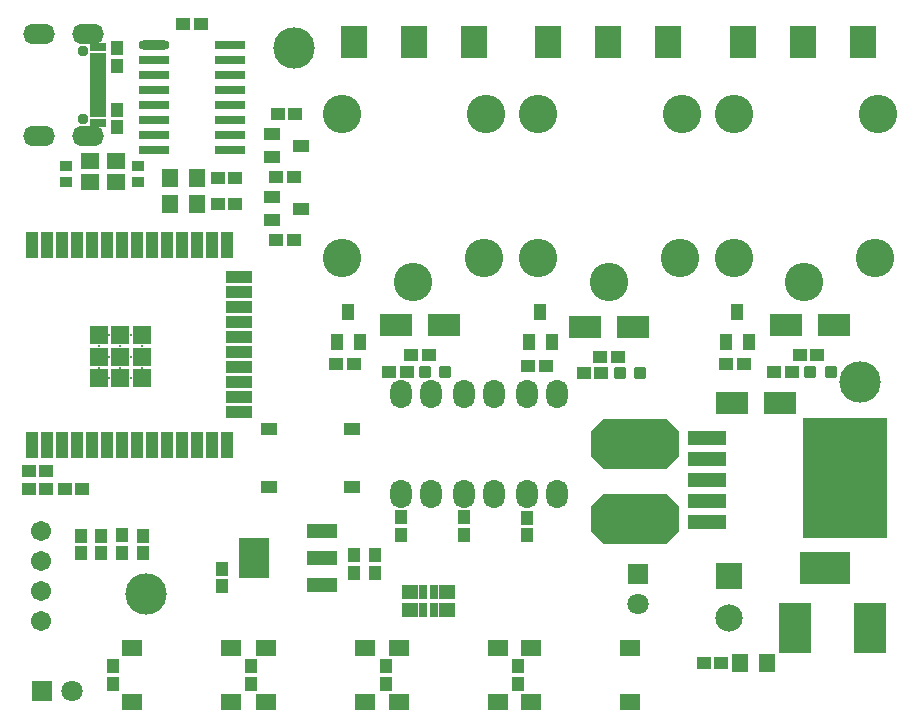
<source format=gts>
G04*
G04 #@! TF.GenerationSoftware,Altium Limited,Altium Designer,21.3.2 (30)*
G04*
G04 Layer_Color=8388736*
%FSTAX24Y24*%
%MOIN*%
G70*
G04*
G04 #@! TF.SameCoordinates,4D29D3D3-CB23-4B61-9135-448C7089281F*
G04*
G04*
G04 #@! TF.FilePolarity,Negative*
G04*
G01*
G75*
%ADD46R,0.0454X0.0434*%
G04:AMPARAMS|DCode=47|XSize=39.5mil|YSize=39.5mil|CornerRadius=7.9mil|HoleSize=0mil|Usage=FLASHONLY|Rotation=0.000|XOffset=0mil|YOffset=0mil|HoleType=Round|Shape=RoundedRectangle|*
%AMROUNDEDRECTD47*
21,1,0.0395,0.0236,0,0,0.0*
21,1,0.0236,0.0395,0,0,0.0*
1,1,0.0159,0.0118,-0.0118*
1,1,0.0159,-0.0118,-0.0118*
1,1,0.0159,-0.0118,0.0118*
1,1,0.0159,0.0118,0.0118*
%
%ADD47ROUNDEDRECTD47*%
%ADD48R,0.0533X0.0198*%
%ADD49R,0.0533X0.0316*%
%ADD50R,0.0631X0.0552*%
%ADD51R,0.1064X0.0749*%
%ADD52R,0.0415X0.0552*%
%ADD53O,0.0710X0.0966*%
G04:AMPARAMS|DCode=54|XSize=295.4mil|YSize=165.5mil|CornerRadius=0mil|HoleSize=0mil|Usage=FLASHONLY|Rotation=180.000|XOffset=0mil|YOffset=0mil|HoleType=Round|Shape=Octagon|*
%AMOCTAGOND54*
4,1,8,-0.1477,0.0414,-0.1477,-0.0414,-0.1063,-0.0827,0.1063,-0.0827,0.1477,-0.0414,0.1477,0.0414,0.1063,0.0827,-0.1063,0.0827,-0.1477,0.0414,0.0*
%
%ADD54OCTAGOND54*%

%ADD55R,0.2836X0.4017*%
%ADD56R,0.1280X0.0474*%
%ADD57R,0.0580X0.0630*%
%ADD58R,0.0434X0.0454*%
%ADD59R,0.0680X0.0580*%
%ADD60R,0.0537X0.0474*%
%ADD61R,0.0280X0.0474*%
%ADD62R,0.1025X0.1379*%
%ADD63R,0.1025X0.0474*%
%ADD64R,0.0552X0.0395*%
%ADD65R,0.0552X0.0415*%
%ADD66R,0.1044X0.0310*%
%ADD67O,0.1044X0.0310*%
%ADD68R,0.0415X0.0356*%
%ADD69R,0.0434X0.0867*%
%ADD70R,0.0867X0.0434*%
%ADD71R,0.0604X0.0604*%
%ADD72O,0.1064X0.0671*%
%ADD73C,0.0375*%
%ADD74R,0.1680X0.1080*%
%ADD75R,0.1080X0.1680*%
%ADD76R,0.0907X0.0907*%
%ADD77C,0.0907*%
%ADD78R,0.0710X0.0710*%
%ADD79C,0.0710*%
%ADD80C,0.0674*%
%ADD81R,0.0710X0.0710*%
%ADD82C,0.1379*%
%ADD83C,0.1280*%
%ADD84C,0.0080*%
%ADD85R,0.0867X0.1064*%
%ADD86C,0.0316*%
D46*
X034045Y03715D02*
D03*
X033455D02*
D03*
X035209Y0369D02*
D03*
X0358D02*
D03*
X041705Y03685D02*
D03*
X042295D02*
D03*
X048055Y0369D02*
D03*
X048645D02*
D03*
X049495Y03745D02*
D03*
X048905D02*
D03*
X046455Y03715D02*
D03*
X047045D02*
D03*
X042845Y0374D02*
D03*
X042255D02*
D03*
X039855Y0371D02*
D03*
X040445D02*
D03*
X036545Y03745D02*
D03*
X035955D02*
D03*
X046295Y0272D02*
D03*
X045705D02*
D03*
X023205Y0336D02*
D03*
X023795D02*
D03*
X023205Y033D02*
D03*
X023795D02*
D03*
X024405D02*
D03*
X024995D02*
D03*
X032045Y0413D02*
D03*
X031455D02*
D03*
X032045Y0434D02*
D03*
X031455D02*
D03*
X031505Y0455D02*
D03*
X032095D02*
D03*
X028355Y0485D02*
D03*
X028945D02*
D03*
X030095Y04335D02*
D03*
X029505D02*
D03*
Y0425D02*
D03*
X030095D02*
D03*
D47*
X037085Y0369D02*
D03*
X036415D02*
D03*
X043569Y03685D02*
D03*
X0429D02*
D03*
X049935Y0369D02*
D03*
X049265D02*
D03*
D48*
X025512Y047151D02*
D03*
X025512Y046954D02*
D03*
X025511Y046758D02*
D03*
X025512Y046561D02*
D03*
X025511Y046364D02*
D03*
X025512Y046167D02*
D03*
Y04597D02*
D03*
Y045773D02*
D03*
D49*
X02551Y047722D02*
D03*
Y047407D02*
D03*
X025512Y045517D02*
D03*
Y045202D02*
D03*
D50*
X025236Y043916D02*
D03*
X026102D02*
D03*
Y043246D02*
D03*
X025236D02*
D03*
D51*
X048463Y03845D02*
D03*
X050037D02*
D03*
X041763Y0384D02*
D03*
X043337D02*
D03*
X035463Y03845D02*
D03*
X037037D02*
D03*
X046663Y03585D02*
D03*
X048237D02*
D03*
D52*
X046814Y038884D02*
D03*
X046442Y037902D02*
D03*
X0472Y0379D02*
D03*
X040252Y038892D02*
D03*
X03988Y03791D02*
D03*
X040638Y037908D02*
D03*
X033852Y038884D02*
D03*
X03348Y037902D02*
D03*
X034238Y0379D02*
D03*
D53*
X0398Y032827D02*
D03*
X0408D02*
D03*
Y036173D02*
D03*
X0398D02*
D03*
X0377Y032827D02*
D03*
X0387D02*
D03*
Y036173D02*
D03*
X0377D02*
D03*
X0356Y032827D02*
D03*
X0366D02*
D03*
Y036173D02*
D03*
X0356D02*
D03*
D54*
X0434Y032D02*
D03*
Y0345D02*
D03*
D55*
X0504Y03335D02*
D03*
D56*
X0458Y0319D02*
D03*
Y0326D02*
D03*
Y0333D02*
D03*
Y034D02*
D03*
Y0347D02*
D03*
D57*
X0478Y0272D02*
D03*
X0469D02*
D03*
X0279Y04335D02*
D03*
X0288D02*
D03*
X0279Y0425D02*
D03*
X0288D02*
D03*
D58*
X0398Y032045D02*
D03*
Y031455D02*
D03*
X0377Y03205D02*
D03*
Y031459D02*
D03*
X0356Y03205D02*
D03*
Y031459D02*
D03*
X027Y030855D02*
D03*
Y031445D02*
D03*
X0263Y03145D02*
D03*
Y030859D02*
D03*
X0256Y030855D02*
D03*
Y031445D02*
D03*
X02495Y030855D02*
D03*
Y031445D02*
D03*
X026Y027095D02*
D03*
Y026505D02*
D03*
X0306D02*
D03*
Y027095D02*
D03*
X0351Y026505D02*
D03*
Y027095D02*
D03*
X0395D02*
D03*
Y026505D02*
D03*
X03475Y0308D02*
D03*
Y030209D02*
D03*
X03405Y0308D02*
D03*
Y030209D02*
D03*
X02965Y030345D02*
D03*
Y029755D02*
D03*
X02615Y047105D02*
D03*
Y047695D02*
D03*
Y045645D02*
D03*
Y045055D02*
D03*
D59*
X02995Y0259D02*
D03*
Y0277D02*
D03*
X02665Y0259D02*
D03*
Y0277D02*
D03*
X03995D02*
D03*
Y0259D02*
D03*
X04325Y0277D02*
D03*
Y0259D02*
D03*
X03885D02*
D03*
Y0277D02*
D03*
X03555Y0259D02*
D03*
Y0277D02*
D03*
X0344Y0259D02*
D03*
Y0277D02*
D03*
X0311Y0259D02*
D03*
Y0277D02*
D03*
D60*
X035919Y02957D02*
D03*
X037139D02*
D03*
X035919Y02895D02*
D03*
X037139D02*
D03*
D61*
X036358Y029571D02*
D03*
X0367D02*
D03*
X036358Y028949D02*
D03*
X0367Y02895D02*
D03*
D62*
X030708Y0307D02*
D03*
D63*
X032992Y031606D02*
D03*
Y0307D02*
D03*
Y029794D02*
D03*
D64*
X033978Y03305D02*
D03*
X031222D02*
D03*
Y035D02*
D03*
X033978D02*
D03*
D65*
X031308Y041962D02*
D03*
X03131Y04272D02*
D03*
X032292Y042348D02*
D03*
X031308Y044062D02*
D03*
X03131Y04482D02*
D03*
X032292Y044448D02*
D03*
D66*
X02993Y04779D02*
D03*
Y04729D02*
D03*
Y04679D02*
D03*
Y04629D02*
D03*
Y04579D02*
D03*
Y04529D02*
D03*
Y04479D02*
D03*
Y04429D02*
D03*
X02737Y04429D02*
D03*
Y04479D02*
D03*
Y04529D02*
D03*
Y04579D02*
D03*
Y04629D02*
D03*
Y04679D02*
D03*
Y04729D02*
D03*
D67*
Y04779D02*
D03*
D68*
X02685Y043244D02*
D03*
Y043756D02*
D03*
X02445Y043244D02*
D03*
Y043756D02*
D03*
D69*
X023306Y034454D02*
D03*
X023806D02*
D03*
X024306D02*
D03*
X024806D02*
D03*
X025306D02*
D03*
X025806D02*
D03*
X026306D02*
D03*
X026806D02*
D03*
X027306D02*
D03*
X027806D02*
D03*
X028306D02*
D03*
X028806D02*
D03*
X029306D02*
D03*
X029806D02*
D03*
Y041146D02*
D03*
X029306D02*
D03*
X028806D02*
D03*
X028306D02*
D03*
X027806D02*
D03*
X027306D02*
D03*
X026806D02*
D03*
X026306D02*
D03*
X025806D02*
D03*
X025306D02*
D03*
X024806D02*
D03*
X024306D02*
D03*
X023806D02*
D03*
X023306D02*
D03*
D70*
X0302Y03555D02*
D03*
Y03605D02*
D03*
Y03655D02*
D03*
Y03705D02*
D03*
Y03755D02*
D03*
Y03805D02*
D03*
Y03855D02*
D03*
Y03905D02*
D03*
Y03955D02*
D03*
Y04005D02*
D03*
D71*
X025537Y036684D02*
D03*
Y037406D02*
D03*
Y038129D02*
D03*
X026259Y036684D02*
D03*
Y037406D02*
D03*
Y038129D02*
D03*
X026981Y036684D02*
D03*
Y037406D02*
D03*
Y038129D02*
D03*
D72*
X023563Y048163D02*
D03*
Y044761D02*
D03*
X025197D02*
D03*
Y048163D02*
D03*
D73*
X025Y0476D02*
D03*
Y045324D02*
D03*
D74*
X04975Y03035D02*
D03*
D75*
X05125Y02835D02*
D03*
X04875D02*
D03*
D76*
X04655Y030089D02*
D03*
D77*
Y028711D02*
D03*
D78*
X04351Y03016D02*
D03*
D79*
Y02916D02*
D03*
X02465Y02625D02*
D03*
D80*
X0236Y0286D02*
D03*
Y0296D02*
D03*
Y0306D02*
D03*
Y0316D02*
D03*
D81*
X02365Y02625D02*
D03*
D82*
X0271Y0295D02*
D03*
X03205Y0477D02*
D03*
X0509Y03655D02*
D03*
D83*
X044899Y040697D02*
D03*
X040175D02*
D03*
X044975Y0455D02*
D03*
X040175D02*
D03*
X042537Y039909D02*
D03*
X036012D02*
D03*
X03365Y0455D02*
D03*
X03845D02*
D03*
X03365Y040697D02*
D03*
X038374D02*
D03*
X049062Y039909D02*
D03*
X0467Y0455D02*
D03*
X0515D02*
D03*
X0467Y040697D02*
D03*
X051424D02*
D03*
D84*
X025537Y037045D02*
D03*
Y037768D02*
D03*
X025898Y036684D02*
D03*
Y037406D02*
D03*
Y038129D02*
D03*
X026259Y037045D02*
D03*
Y037768D02*
D03*
X02662Y036684D02*
D03*
Y037406D02*
D03*
Y038129D02*
D03*
X026981Y037045D02*
D03*
Y037768D02*
D03*
D85*
X03805Y0479D02*
D03*
X034045D02*
D03*
X036045D02*
D03*
X044528D02*
D03*
X040522D02*
D03*
X042523D02*
D03*
X051005D02*
D03*
X047D02*
D03*
X049D02*
D03*
D86*
X03405Y03715D02*
D03*
X0366Y036173D02*
D03*
M02*

</source>
